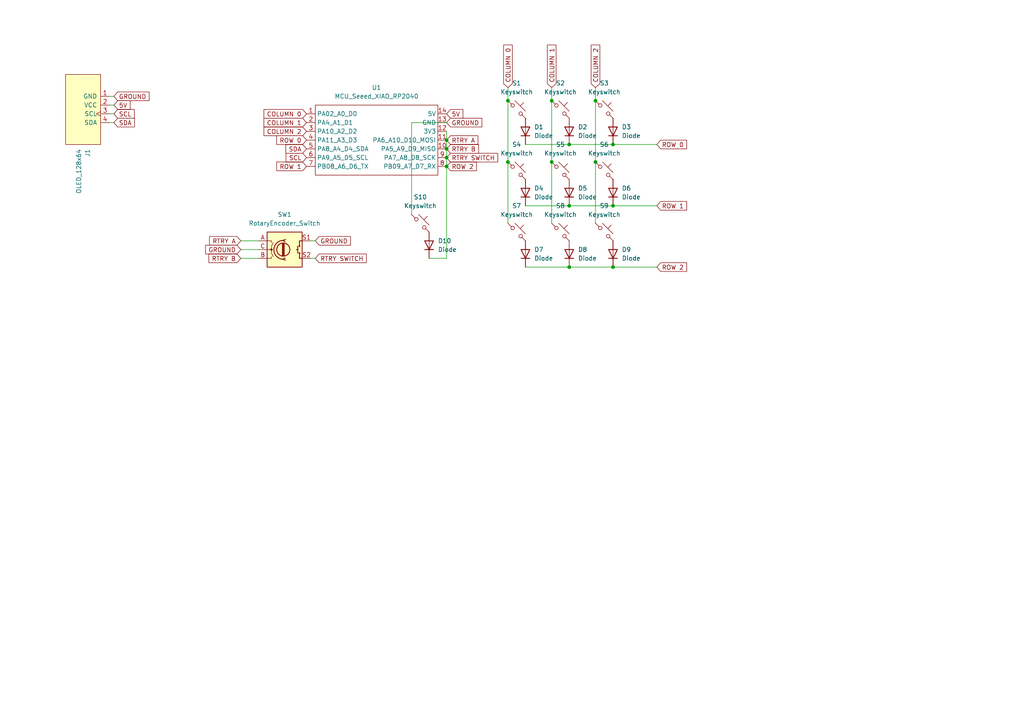
<source format=kicad_sch>
(kicad_sch (version 20250114) (generator "eeschema") (generator_version "9.0")
  (paper "A4")
  (lib_symbols
    (symbol "Device:RotaryEncoder_Switch" (pin_names (offset 0.254) (hide yes))
      (property "Reference" "SW" (at 0 6.604 0))
      (property "Value" "RotaryEncoder_Switch" (at 0 -6.604 0))
      (symbol "RotaryEncoder_Switch_0_1"
        (rectangle (start -5.08 5.08) (end 5.08 -5.08) (stroke (width 0.254)) (fill (type background)))
        (polyline (pts (xy -5.08 2.54) (xy -3.81 2.54) (xy -3.81 2.032)))
        (polyline (pts (xy -5.08 0) (xy -3.81 0) (xy -3.81 -1.016) (xy -3.302 -2.032)))
        (polyline (pts (xy -5.08 -2.54) (xy -3.81 -2.54) (xy -3.81 -2.032)))
        (polyline (pts (xy -4.318 0) (xy -3.81 0) (xy -3.81 1.016) (xy -3.302 2.032)))
        (circle (center -3.81 0) (radius 0.254) (fill (type outline)))
        (polyline (pts (xy -0.635 -1.778) (xy -0.635 1.778)) (stroke (width 0.254)))
        (circle (center -0.381 0) (radius 1.905) (stroke (width 0.254)))
        (polyline (pts (xy -0.381 -1.778) (xy -0.381 1.778)) (stroke (width 0.254)))
        (arc (start -0.381 -2.794) (mid -3.0988 -0.0635) (end -0.381 2.667) (stroke (width 0.254)))
        (polyline (pts (xy -0.127 1.778) (xy -0.127 -1.778)) (stroke (width 0.254)))
        (polyline (pts (xy 0.254 2.921) (xy -0.508 2.667) (xy 0.127 2.286)) (stroke (width 0.254)))
        (polyline (pts (xy 0.254 -3.048) (xy -0.508 -2.794) (xy 0.127 -2.413)) (stroke (width 0.254)))
        (polyline (pts (xy 3.81 1.016) (xy 3.81 -1.016)) (stroke (width 0.254)))
        (polyline (pts (xy 3.81 0) (xy 3.429 0)) (stroke (width 0.254)))
        (circle (center 4.318 1.016) (radius 0.127) (stroke (width 0.254)))
        (circle (center 4.318 -1.016) (radius 0.127) (stroke (width 0.254)))
        (polyline (pts (xy 5.08 2.54) (xy 4.318 2.54) (xy 4.318 1.016)) (stroke (width 0.254)))
        (polyline (pts (xy 5.08 -2.54) (xy 4.318 -2.54) (xy 4.318 -1.016)) (stroke (width 0.254)))
      )
      (symbol "RotaryEncoder_Switch_1_1"
        (pin passive line (at -7.62 2.54 0) (length 2.54) (name "A") (number "A"))
        (pin passive line (at -7.62 0 0) (length 2.54) (name "C") (number "C"))
        (pin passive line (at -7.62 -2.54 0) (length 2.54) (name "B") (number "B"))
        (pin passive line (at 7.62 2.54 180) (length 2.54) (name "S1") (number "S1"))
        (pin passive line (at 7.62 -2.54 180) (length 2.54) (name "S2") (number "S2"))
      )
    )
    (symbol "ScottoKeebs:MCU_Seeed_XIAO_RP2040"
      (property "Reference" "U" (at -16.51 11.43 0))
      (property "Value" "MCU_Seeed_XIAO_RP2040" (at -3.81 -11.43 0))
      (symbol "MCU_Seeed_XIAO_RP2040_0_1"
        (rectangle (start -16.51 10.16) (end 19.05 -10.16))
      )
      (symbol "MCU_Seeed_XIAO_RP2040_1_1"
        (pin passive line (at -19.05 7.62 0) (length 2.54) (name "PA02_A0_D0") (number "1"))
        (pin passive line (at -19.05 5.08 0) (length 2.54) (name "PA4_A1_D1") (number "2"))
        (pin passive line (at -19.05 2.54 0) (length 2.54) (name "PA10_A2_D2") (number "3"))
        (pin passive line (at -19.05 0 0) (length 2.54) (name "PA11_A3_D3") (number "4"))
        (pin passive line (at -19.05 -2.54 0) (length 2.54) (name "PA8_A4_D4_SDA") (number "5"))
        (pin passive line (at -19.05 -5.08 0) (length 2.54) (name "PA9_A5_D5_SCL") (number "6"))
        (pin passive line (at -19.05 -7.62 0) (length 2.54) (name "PB08_A6_D6_TX") (number "7"))
        (pin passive line (at 21.59 7.62 180) (length 2.54) (name "5V") (number "14"))
        (pin passive line (at 21.59 5.08 180) (length 2.54) (name "GND") (number "13"))
        (pin passive line (at 21.59 2.54 180) (length 2.54) (name "3V3") (number "12"))
        (pin passive line (at 21.59 0 180) (length 2.54) (name "PA6_A10_D10_MOSI") (number "11"))
        (pin passive line (at 21.59 -2.54 180) (length 2.54) (name "PA5_A9_D9_MISO") (number "10"))
        (pin passive line (at 21.59 -5.08 180) (length 2.54) (name "PA7_A8_D8_SCK") (number "9"))
        (pin passive line (at 21.59 -7.62 180) (length 2.54) (name "PB09_A7_D7_RX") (number "8"))
      )
    )
    (symbol "ScottoKeebs:OLED_128x64" (pin_names (offset 1.016))
      (property "Reference" "J" (at 0 -11.43 0))
      (property "Value" "OLED_128x64" (at 0 -7.62 0))
      (symbol "OLED_128x64_0_1"
        (rectangle (start 10.16 -10.16) (end -10.16 0) (fill (type background)))
      )
      (symbol "OLED_128x64_1_1"
        (pin power_in line (at -3.81 2.54 270) (length 2.54) (name "GND") (number "1"))
        (pin power_in line (at -1.27 2.54 270) (length 2.54) (name "VCC") (number "2"))
        (pin input clock (at 1.27 2.54 270) (length 2.54) (name "SCL") (number "3"))
        (pin bidirectional line (at 3.81 2.54 270) (length 2.54) (name "SDA") (number "4"))
      )
    )
    (symbol "ScottoKeebs:Placeholder_Diode" (pin_numbers (hide yes)) (pin_names (hide yes))
      (property "Reference" "D" (at 0 2.54 0))
      (property "Value" "Diode" (at 0 -2.54 0))
      (symbol "Placeholder_Diode_0_1"
        (polyline (pts (xy -1.27 1.27) (xy -1.27 -1.27)) (stroke (width 0.254)))
        (polyline (pts (xy 1.27 1.27) (xy 1.27 -1.27) (xy -1.27 0) (xy 1.27 1.27)) (stroke (width 0.254)))
        (polyline (pts (xy 1.27 0) (xy -1.27 0)))
      )
      (symbol "Placeholder_Diode_1_1"
        (pin passive line (at -3.81 0 0) (length 2.54) (name "K") (number "1"))
        (pin passive line (at 3.81 0 180) (length 2.54) (name "A") (number "2"))
      )
    )
    (symbol "ScottoKeebs:Placeholder_Keyswitch" (pin_numbers (hide yes)) (pin_names (offset 1.016) (hide yes))
      (property "Reference" "S" (at 3.048 1.016 0))
      (property "Value" "Keyswitch" (at 0 -3.81 0))
      (symbol "Placeholder_Keyswitch_0_1"
        (polyline (pts (xy -2.54 2.54) (xy -1.524 1.524) (xy -1.524 1.524)))
        (circle (center -1.1684 1.1684) (radius 0.508))
        (polyline (pts (xy -0.508 2.54) (xy 2.54 -0.508)))
        (polyline (pts (xy 1.016 1.016) (xy 2.032 2.032)))
        (circle (center 1.143 -1.1938) (radius 0.508))
        (polyline (pts (xy 1.524 -1.524) (xy 2.54 -2.54) (xy 2.54 -2.54) (xy 2.54 -2.54)))
        (pin passive line (at -2.54 2.54 0) (length 0) (name "1") (number "1"))
        (pin passive line (at 2.54 -2.54 180) (length 0) (name "2") (number "2"))
      )
    )
  )
  (junction (at 177.8 59.69))
  (junction (at 129.54 48.26))
  (junction (at 172.72 29.21))
  (junction (at 129.54 43.18))
  (junction (at 147.32 29.21))
  (junction (at 160.02 29.21))
  (junction (at 165.1 41.91))
  (junction (at 177.8 41.91))
  (junction (at 172.72 46.99))
  (junction (at 129.54 40.64))
  (junction (at 129.54 45.72))
  (junction (at 177.8 77.47))
  (junction (at 147.32 46.99))
  (junction (at 165.1 77.47))
  (junction (at 165.1 59.69))
  (junction (at 160.02 46.99))
  (wire (pts (xy 152.4 77.47) (xy 165.1 77.47)))
  (wire (pts (xy 129.54 45.72) (xy 129.54 48.26)))
  (wire (pts (xy 160.02 46.99) (xy 160.02 64.77)))
  (wire (pts (xy 129.54 40.64) (xy 129.54 43.18)))
  (wire (pts (xy 172.72 25.4) (xy 172.72 29.21)))
  (wire (pts (xy 165.1 59.69) (xy 177.8 59.69)))
  (wire (pts (xy 147.32 25.4) (xy 147.32 29.21)))
  (wire (pts (xy 160.02 25.4) (xy 160.02 29.21)))
  (wire (pts (xy 33.02 35.56) (xy 31.75 35.56)))
  (wire (pts (xy 147.32 29.21) (xy 147.32 46.99)))
  (wire (pts (xy 129.54 74.93) (xy 124.46 74.93)))
  (wire (pts (xy 69.85 69.85) (xy 74.93 69.85)))
  (wire (pts (xy 119.38 62.23) (xy 119.38 35.56)))
  (wire (pts (xy 152.4 59.69) (xy 165.1 59.69)))
  (wire (pts (xy 91.44 69.85) (xy 90.17 69.85)))
  (wire (pts (xy 152.4 41.91) (xy 165.1 41.91)))
  (wire (pts (xy 31.75 27.94) (xy 33.02 27.94)))
  (wire (pts (xy 91.44 74.93) (xy 90.17 74.93)))
  (wire (pts (xy 165.1 77.47) (xy 177.8 77.47)))
  (wire (pts (xy 69.85 72.39) (xy 74.93 72.39)))
  (wire (pts (xy 190.5 41.91) (xy 177.8 41.91)))
  (wire (pts (xy 177.8 77.47) (xy 190.5 77.47)))
  (wire (pts (xy 165.1 41.91) (xy 177.8 41.91)))
  (wire (pts (xy 160.02 29.21) (xy 160.02 46.99)))
  (wire (pts (xy 33.02 30.48) (xy 31.75 30.48)))
  (wire (pts (xy 177.8 59.69) (xy 190.5 59.69)))
  (wire (pts (xy 129.54 38.1) (xy 129.54 40.64)))
  (wire (pts (xy 172.72 29.21) (xy 172.72 46.99)))
  (wire (pts (xy 172.72 46.99) (xy 172.72 64.77)))
  (wire (pts (xy 69.85 74.93) (xy 74.93 74.93)))
  (wire (pts (xy 129.54 43.18) (xy 129.54 45.72)))
  (wire (pts (xy 147.32 46.99) (xy 147.32 64.77)))
  (wire (pts (xy 33.02 33.02) (xy 31.75 33.02)))
  (wire (pts (xy 119.38 35.56) (xy 129.54 35.56)))
  (wire (pts (xy 129.54 48.26) (xy 129.54 74.93)))
  (global_label "RTRY A" (shape input) (at 129.54 40.64 0) (property "Intersheetrefs" "${INTERSHEET_REFS}" (effects (hide yes))))
  (global_label "SDA" (shape input) (at 33.02 35.56 0) (property "Intersheetrefs" "${INTERSHEET_REFS}" (effects (hide yes))))
  (global_label "ROW 1" (shape input) (at 190.5 59.69 0) (property "Intersheetrefs" "${INTERSHEET_REFS}" (effects (hide yes))))
  (global_label "COLUMN 0" (shape input) (at 147.32 25.4 90) (property "Intersheetrefs" "${INTERSHEET_REFS}" (effects (hide yes))))
  (global_label "GROUND" (shape input) (at 69.85 72.39 180) (property "Intersheetrefs" "${INTERSHEET_REFS}" (effects (hide yes))))
  (global_label "COLUMN 0" (shape input) (at 88.9 33.02 180) (property "Intersheetrefs" "${INTERSHEET_REFS}" (effects (hide yes))))
  (global_label "5V" (shape input) (at 129.54 33.02 0) (property "Intersheetrefs" "${INTERSHEET_REFS}" (effects (hide yes))))
  (global_label "RTRY A" (shape input) (at 69.85 69.85 180) (property "Intersheetrefs" "${INTERSHEET_REFS}" (effects (hide yes))))
  (global_label "ROW 2" (shape input) (at 190.5 77.47 0) (property "Intersheetrefs" "${INTERSHEET_REFS}" (effects (hide yes))))
  (global_label "COLUMN 2" (shape input) (at 88.9 38.1 180) (property "Intersheetrefs" "${INTERSHEET_REFS}" (effects (hide yes))))
  (global_label "5V" (shape input) (at 33.02 30.48 0) (property "Intersheetrefs" "${INTERSHEET_REFS}" (effects (hide yes))))
  (global_label "ROW 2" (shape input) (at 129.54 48.26 0) (property "Intersheetrefs" "${INTERSHEET_REFS}" (effects (hide yes))))
  (global_label "SCL" (shape input) (at 33.02 33.02 0) (property "Intersheetrefs" "${INTERSHEET_REFS}" (effects (hide yes))))
  (global_label "GROUND" (shape input) (at 129.54 35.56 0) (property "Intersheetrefs" "${INTERSHEET_REFS}" (effects (hide yes))))
  (global_label "RTRY SWITCH" (shape input) (at 129.54 45.72 0) (property "Intersheetrefs" "${INTERSHEET_REFS}" (effects (hide yes))))
  (global_label "ROW 0" (shape input) (at 190.5 41.91 0) (property "Intersheetrefs" "${INTERSHEET_REFS}" (effects (hide yes))))
  (global_label "ROW 1" (shape input) (at 88.9 48.26 180) (property "Intersheetrefs" "${INTERSHEET_REFS}" (effects (hide yes))))
  (global_label "COLUMN 2" (shape input) (at 172.72 25.4 90) (property "Intersheetrefs" "${INTERSHEET_REFS}" (effects (hide yes))))
  (global_label "COLUMN 1" (shape input) (at 160.02 25.4 90) (property "Intersheetrefs" "${INTERSHEET_REFS}" (effects (hide yes))))
  (global_label "COLUMN 1" (shape input) (at 88.9 35.56 180) (property "Intersheetrefs" "${INTERSHEET_REFS}" (effects (hide yes))))
  (global_label "SCL" (shape input) (at 88.9 45.72 180) (property "Intersheetrefs" "${INTERSHEET_REFS}" (effects (hide yes))))
  (global_label "GROUND" (shape input) (at 33.02 27.94 0) (property "Intersheetrefs" "${INTERSHEET_REFS}" (effects (hide yes))))
  (global_label "RTRY SWITCH" (shape input) (at 91.44 74.93 0) (property "Intersheetrefs" "${INTERSHEET_REFS}" (effects (hide yes))))
  (global_label "GROUND" (shape input) (at 91.44 69.85 0) (property "Intersheetrefs" "${INTERSHEET_REFS}" (effects (hide yes))))
  (global_label "SDA" (shape input) (at 88.9 43.18 180) (property "Intersheetrefs" "${INTERSHEET_REFS}" (effects (hide yes))))
  (global_label "ROW 0" (shape input) (at 88.9 40.64 180) (property "Intersheetrefs" "${INTERSHEET_REFS}" (effects (hide yes))))
  (global_label "RTRY B" (shape input) (at 69.85 74.93 180) (property "Intersheetrefs" "${INTERSHEET_REFS}" (effects (hide yes))))
  (global_label "RTRY B" (shape input) (at 129.54 43.18 0) (property "Intersheetrefs" "${INTERSHEET_REFS}" (effects (hide yes))))
  (symbol (lib_id "ScottoKeebs:Placeholder_Diode") (at 152.4 38.1 90) (unit 1)
    (property "Reference" "D1" (at 154.94 36.8299 90) (effects (justify right)))
    (property "Value" "Diode" (at 154.94 39.3699 90) (effects (justify right)))
    (property "Footprint" "ScottoKeebs_Components:Diode_DO-35" (effects (hide yes)))
    (property "Description" "1N4148 (DO-35) or 1N4148W (SOD-123)" (effects (hide yes)))
    (property "Sim.Device" "D" (effects (hide yes)))
    (property "Sim.Pins" "1=K 2=A" (effects (hide yes)))
  )
  (symbol (lib_id "ScottoKeebs:Placeholder_Keyswitch") (at 149.86 67.31 0) (unit 1)
    (property "Reference" "S7" (at 149.86 59.69 0))
    (property "Value" "Keyswitch" (at 149.86 62.23 0))
    (property "Footprint" "ScottoKeebs_MX:MX_PCB_1.00u" (effects (hide yes)))
    (property "Description" "Push button switch, normally open, two pins, 45° tilted" (effects (hide yes)))
  )
  (symbol (lib_id "ScottoKeebs:Placeholder_Diode") (at 177.8 38.1 90) (unit 1)
    (property "Reference" "D3" (at 180.34 36.8299 90) (effects (justify right)))
    (property "Value" "Diode" (at 180.34 39.3699 90) (effects (justify right)))
    (property "Footprint" "ScottoKeebs_Components:Diode_DO-35" (effects (hide yes)))
    (property "Description" "1N4148 (DO-35) or 1N4148W (SOD-123)" (effects (hide yes)))
    (property "Sim.Device" "D" (effects (hide yes)))
    (property "Sim.Pins" "1=K 2=A" (effects (hide yes)))
  )
  (symbol (lib_id "ScottoKeebs:Placeholder_Keyswitch") (at 162.56 31.75 0) (unit 1)
    (property "Reference" "S2" (at 162.56 24.13 0))
    (property "Value" "Keyswitch" (at 162.56 26.67 0))
    (property "Footprint" "ScottoKeebs_MX:MX_PCB_1.00u" (effects (hide yes)))
    (property "Description" "Push button switch, normally open, two pins, 45° tilted" (effects (hide yes)))
  )
  (symbol (lib_id "ScottoKeebs:Placeholder_Diode") (at 152.4 73.66 90) (unit 1)
    (property "Reference" "D7" (at 154.94 72.3899 90) (effects (justify right)))
    (property "Value" "Diode" (at 154.94 74.9299 90) (effects (justify right)))
    (property "Footprint" "ScottoKeebs_Components:Diode_DO-35" (effects (hide yes)))
    (property "Description" "1N4148 (DO-35) or 1N4148W (SOD-123)" (effects (hide yes)))
    (property "Sim.Device" "D" (effects (hide yes)))
    (property "Sim.Pins" "1=K 2=A" (effects (hide yes)))
  )
  (symbol (lib_id "ScottoKeebs:Placeholder_Keyswitch") (at 162.56 49.53 0) (unit 1)
    (property "Reference" "S5" (at 162.56 41.91 0))
    (property "Value" "Keyswitch" (at 162.56 44.45 0))
    (property "Footprint" "ScottoKeebs_MX:MX_PCB_1.00u" (effects (hide yes)))
    (property "Description" "Push button switch, normally open, two pins, 45° tilted" (effects (hide yes)))
  )
  (symbol (lib_id "Device:RotaryEncoder_Switch") (at 82.55 72.39 0) (unit 1)
    (property "Reference" "SW1" (at 82.55 62.23 0))
    (property "Value" "RotaryEncoder_Switch" (at 82.55 64.77 0))
    (property "Footprint" "Rotary_Encoder:RotaryEncoder_Alps_EC11E-Switch_Vertical_H20mm" (effects (hide yes)))
    (property "Description" "Rotary encoder, dual channel, incremental quadrate outputs, with switch" (effects (hide yes)))
  )
  (symbol (lib_id "ScottoKeebs:Placeholder_Diode") (at 165.1 55.88 90) (unit 1)
    (property "Reference" "D5" (at 167.64 54.6099 90) (effects (justify right)))
    (property "Value" "Diode" (at 167.64 57.1499 90) (effects (justify right)))
    (property "Footprint" "ScottoKeebs_Components:Diode_DO-35" (effects (hide yes)))
    (property "Description" "1N4148 (DO-35) or 1N4148W (SOD-123)" (effects (hide yes)))
    (property "Sim.Device" "D" (effects (hide yes)))
    (property "Sim.Pins" "1=K 2=A" (effects (hide yes)))
  )
  (symbol (lib_id "ScottoKeebs:Placeholder_Diode") (at 152.4 55.88 90) (unit 1)
    (property "Reference" "D4" (at 154.94 54.6099 90) (effects (justify right)))
    (property "Value" "Diode" (at 154.94 57.1499 90) (effects (justify right)))
    (property "Footprint" "ScottoKeebs_Components:Diode_DO-35" (effects (hide yes)))
    (property "Description" "1N4148 (DO-35) or 1N4148W (SOD-123)" (effects (hide yes)))
    (property "Sim.Device" "D" (effects (hide yes)))
    (property "Sim.Pins" "1=K 2=A" (effects (hide yes)))
  )
  (symbol (lib_id "ScottoKeebs:Placeholder_Keyswitch") (at 162.56 67.31 0) (unit 1)
    (property "Reference" "S8" (at 162.56 59.69 0))
    (property "Value" "Keyswitch" (at 162.56 62.23 0))
    (property "Footprint" "ScottoKeebs_MX:MX_PCB_1.00u" (effects (hide yes)))
    (property "Description" "Push button switch, normally open, two pins, 45° tilted" (effects (hide yes)))
  )
  (symbol (lib_id "ScottoKeebs:Placeholder_Keyswitch") (at 175.26 67.31 0) (unit 1)
    (property "Reference" "S9" (at 175.26 59.69 0))
    (property "Value" "Keyswitch" (at 175.26 62.23 0))
    (property "Footprint" "ScottoKeebs_MX:MX_PCB_1.00u" (effects (hide yes)))
    (property "Description" "Push button switch, normally open, two pins, 45° tilted" (effects (hide yes)))
  )
  (symbol (lib_id "ScottoKeebs:Placeholder_Keyswitch") (at 175.26 49.53 0) (unit 1)
    (property "Reference" "S6" (at 175.26 41.91 0))
    (property "Value" "Keyswitch" (at 175.26 44.45 0))
    (property "Footprint" "ScottoKeebs_MX:MX_PCB_1.00u" (effects (hide yes)))
    (property "Description" "Push button switch, normally open, two pins, 45° tilted" (effects (hide yes)))
  )
  (symbol (lib_id "ScottoKeebs:MCU_Seeed_XIAO_RP2040") (at 107.95 40.64 0) (unit 1)
    (property "Reference" "U1" (at 109.22 25.4 0))
    (property "Value" "MCU_Seeed_XIAO_RP2040" (at 109.22 27.94 0))
    (property "Footprint" "ScottoKeebs_MCU:Seeed_XIAO_RP2040" (effects (hide yes)))
  )
  (symbol (lib_id "ScottoKeebs:Placeholder_Diode") (at 177.8 73.66 90) (unit 1)
    (property "Reference" "D9" (at 180.34 72.3899 90) (effects (justify right)))
    (property "Value" "Diode" (at 180.34 74.9299 90) (effects (justify right)))
    (property "Footprint" "ScottoKeebs_Components:Diode_DO-35" (effects (hide yes)))
    (property "Description" "1N4148 (DO-35) or 1N4148W (SOD-123)" (effects (hide yes)))
    (property "Sim.Device" "D" (effects (hide yes)))
    (property "Sim.Pins" "1=K 2=A" (effects (hide yes)))
  )
  (symbol (lib_id "ScottoKeebs:Placeholder_Keyswitch") (at 121.92 64.77 0) (unit 1)
    (property "Reference" "S10" (at 121.92 57.15 0))
    (property "Value" "Keyswitch" (at 121.92 59.69 0))
    (property "Footprint" "ScottoKeebs_Hotswap:Hotswap_MX_1.00u" (effects (hide yes)))
    (property "Description" "Push button switch, normally open, two pins, 45° tilted" (effects (hide yes)))
  )
  (symbol (lib_id "ScottoKeebs:Placeholder_Diode") (at 177.8 55.88 90) (unit 1)
    (property "Reference" "D6" (at 180.34 54.6099 90) (effects (justify right)))
    (property "Value" "Diode" (at 180.34 57.1499 90) (effects (justify right)))
    (property "Footprint" "ScottoKeebs_Components:Diode_DO-35" (effects (hide yes)))
    (property "Description" "1N4148 (DO-35) or 1N4148W (SOD-123)" (effects (hide yes)))
    (property "Sim.Device" "D" (effects (hide yes)))
    (property "Sim.Pins" "1=K 2=A" (effects (hide yes)))
  )
  (symbol (lib_id "ScottoKeebs:Placeholder_Diode") (at 124.46 71.12 90) (unit 1)
    (property "Reference" "D10" (at 127 69.8499 90) (effects (justify right)))
    (property "Value" "Diode" (at 127 72.3899 90) (effects (justify right)))
    (property "Footprint" "ScottoKeebs_Components:Diode_DO-35" (effects (hide yes)))
    (property "Description" "1N4148 (DO-35) or 1N4148W (SOD-123)" (effects (hide yes)))
    (property "Sim.Device" "D" (effects (hide yes)))
    (property "Sim.Pins" "1=K 2=A" (effects (hide yes)))
  )
  (symbol (lib_id "ScottoKeebs:Placeholder_Keyswitch") (at 149.86 49.53 0) (unit 1)
    (property "Reference" "S4" (at 149.86 41.91 0))
    (property "Value" "Keyswitch" (at 149.86 44.45 0))
    (property "Footprint" "ScottoKeebs_MX:MX_PCB_1.00u" (effects (hide yes)))
    (property "Description" "Push button switch, normally open, two pins, 45° tilted" (effects (hide yes)))
  )
  (symbol (lib_id "ScottoKeebs:Placeholder_Keyswitch") (at 149.86 31.75 0) (unit 1)
    (property "Reference" "S1" (at 149.86 24.13 0))
    (property "Value" "Keyswitch" (at 149.86 26.67 0))
    (property "Footprint" "ScottoKeebs_MX:MX_PCB_1.00u" (effects (hide yes)))
    (property "Description" "Push button switch, normally open, two pins, 45° tilted" (effects (hide yes)))
  )
  (symbol (lib_id "ScottoKeebs:Placeholder_Diode") (at 165.1 73.66 90) (unit 1)
    (property "Reference" "D8" (at 167.64 72.3899 90) (effects (justify right)))
    (property "Value" "Diode" (at 167.64 74.9299 90) (effects (justify right)))
    (property "Footprint" "ScottoKeebs_Components:Diode_DO-35" (effects (hide yes)))
    (property "Description" "1N4148 (DO-35) or 1N4148W (SOD-123)" (effects (hide yes)))
    (property "Sim.Device" "D" (effects (hide yes)))
    (property "Sim.Pins" "1=K 2=A" (effects (hide yes)))
  )
  (symbol (lib_id "ScottoKeebs:Placeholder_Keyswitch") (at 175.26 31.75 0) (unit 1)
    (property "Reference" "S3" (at 175.26 24.13 0))
    (property "Value" "Keyswitch" (at 175.26 26.67 0))
    (property "Footprint" "ScottoKeebs_MX:MX_PCB_1.00u" (effects (hide yes)))
    (property "Description" "Push button switch, normally open, two pins, 45° tilted" (effects (hide yes)))
  )
  (symbol (lib_id "ScottoKeebs:Placeholder_Diode") (at 165.1 38.1 90) (unit 1)
    (property "Reference" "D2" (at 167.64 36.8299 90) (effects (justify right)))
    (property "Value" "Diode" (at 167.64 39.3699 90) (effects (justify right)))
    (property "Footprint" "ScottoKeebs_Components:Diode_DO-35" (effects (hide yes)))
    (property "Description" "1N4148 (DO-35) or 1N4148W (SOD-123)" (effects (hide yes)))
    (property "Sim.Device" "D" (effects (hide yes)))
    (property "Sim.Pins" "1=K 2=A" (effects (hide yes)))
  )
  (symbol (lib_id "ScottoKeebs:OLED_128x64") (at 29.21 31.75 270) (unit 1)
    (property "Reference" "J1" (at 25.4001 43.18 0) (effects (justify left)))
    (property "Value" "OLED_128x64" (at 22.8601 43.18 0) (effects (justify left)))
    (property "Footprint" "ScottoKeebs_Components:OLED_128x64" (effects (hide yes)))
  )
)
</source>
